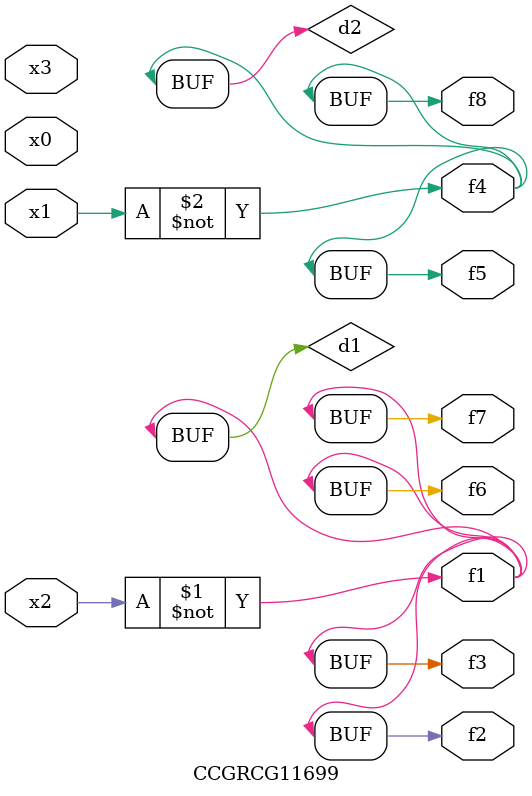
<source format=v>
module CCGRCG11699(
	input x0, x1, x2, x3,
	output f1, f2, f3, f4, f5, f6, f7, f8
);

	wire d1, d2;

	xnor (d1, x2);
	not (d2, x1);
	assign f1 = d1;
	assign f2 = d1;
	assign f3 = d1;
	assign f4 = d2;
	assign f5 = d2;
	assign f6 = d1;
	assign f7 = d1;
	assign f8 = d2;
endmodule

</source>
